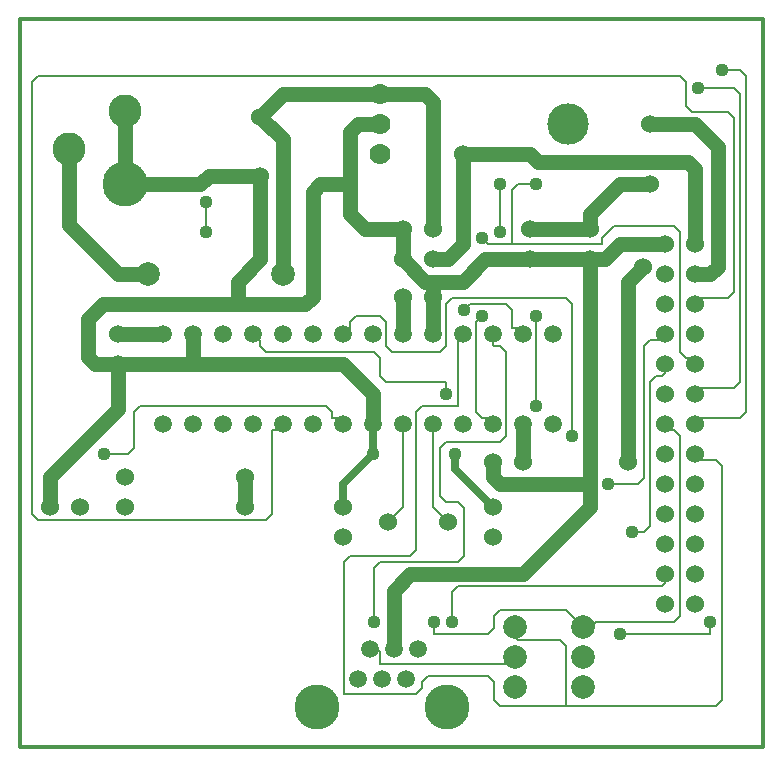
<source format=gbr>
G04 GENERATED BY PULSONIX 3.1 GERBER.DLL 1871*
%INDSPIC*%
%FSLAX23Y23*%
%IPPOS*%
%LPD*%
%OFA0B0*%
%MOIN*%
%ADD10C,0.008*%
%ADD13C,0.012*%
%ADD15C,0.060*%
%ADD16C,0.070*%
%ADD18C,0.079*%
%ADD19C,0.050*%
%ADD70C,0.025*%
%ADD88C,0.150*%
%ADD89C,0.059*%
%ADD114C,0.138*%
%ADD189C,0.059*%
%ADD190C,0.044*%
%ADD195C,0.150*%
%ADD196C,0.110*%
%LNBOTTOM*%
X0Y0D02*
D02*
D10*
X286Y1030D02*
X366D01*
X386Y1050*
Y1170*
X406Y1190*
X1026*
X1046Y1170*
Y1150*
X1061*
X1081Y1130*
X626Y1870D02*
Y1770D01*
X1186Y470D02*
Y650D01*
X1206Y670*
X1466*
X1486Y690*
Y850*
X1466Y870*
X1426*
X1406Y890*
Y1050*
X1426Y1070*
X1606*
X1626Y1090*
Y1370*
X1606Y1390*
X1586*
X1581Y1395*
Y1430*
X1281Y1130D02*
Y855D01*
X1231Y805*
X1381Y1130D02*
Y855D01*
X1431Y805*
X1426Y1230D02*
Y1270D01*
X1226*
X1206Y1290*
Y1350*
X1186Y1370*
X826*
X806Y1390*
Y1410*
X801*
X781Y1430*
X1486Y1510D02*
X1506Y1530D01*
X1626*
X1646Y1510*
Y1450*
X1661*
X1681Y1430*
X1546Y1490D02*
X1526Y1470D01*
Y1170*
X1546Y1150*
X1561*
X1581Y1130*
X1606Y1930D02*
Y1770D01*
X1646Y1730D02*
X1566D01*
X1546Y1750*
X1656Y355D02*
X1631Y330D01*
X1206*
Y370*
X1196Y380*
X1170*
X1726Y1190D02*
Y1490D01*
Y1930D02*
X1666D01*
X1646Y1910*
Y1730*
X1826Y190D02*
Y390D01*
X1806Y410*
X1666*
X1656Y420*
Y455*
X1826Y190D02*
X1606D01*
X1586Y210*
Y270*
X1566Y290*
X1366*
X1346Y270*
Y250*
X1326Y230*
X1086*
Y670*
X1106Y690*
X1306*
X1326Y710*
Y1170*
X1346Y1190*
X1466*
Y1415*
X1481Y1430*
X1846Y1090D02*
Y1530D01*
X1826Y1550*
X1446*
X1426Y1530*
Y1390*
X1406Y1370*
X1246*
X1226Y1390*
Y1470*
X1206Y1490*
X1126*
X1106Y1470*
Y1450*
X1101*
X1081Y1430*
X1881Y455D02*
X1826Y510D01*
X1606*
X1586Y490*
Y450*
X1566Y430*
X1386*
Y470*
X2006Y430D02*
X2306D01*
Y470*
X2046Y770D02*
X2086D01*
X2106Y790*
Y1270*
X2126Y1290*
X2146*
X2156Y1300*
Y1330*
Y630D02*
Y600D01*
X2146Y590*
X1466*
X1446Y570*
Y470*
X2156Y1130D02*
X2176Y1110D01*
X2186*
X2206Y1090*
Y490*
X2186Y470*
X1926*
X1911Y455*
X1881*
X2156Y1430D02*
X2136Y1410D01*
X2106*
X2086Y1390*
Y950*
X2066Y930*
X1966*
X2256Y1030D02*
X2276Y1010D01*
X2326*
X2346Y990*
Y210*
X2326Y190*
X1826*
X2256Y1130D02*
X2276Y1150D01*
X2406*
X2426Y1170*
Y2290*
X2406Y2310*
X2346*
X2256Y1230D02*
X2276Y1250D01*
X2386*
X2406Y1270*
Y2230*
X2386Y2250*
X2266*
X2256Y1330D02*
X2236Y1350D01*
X2226*
X2206Y1370*
Y1770*
X2186Y1790*
X1986*
X1946Y1750*
Y1730*
X1646*
X2256Y1530D02*
X2276Y1550D01*
X2366*
X2386Y1570*
Y2150*
X2366Y2170*
X2246*
X2226Y2190*
Y2270*
X2206Y2290*
X66*
X46Y2270*
Y830*
X66Y810*
X826*
X846Y830*
Y1110*
X861*
X881Y1130*
D02*
D13*
X6Y2480D02*
X2481D01*
Y55*
X6*
Y2480*
D02*
D15*
X106Y855D03*
X206D03*
X331Y1330D03*
Y1430D03*
X356Y855D03*
Y955D03*
X756Y855D03*
Y955D03*
X806Y1958D03*
Y2155D03*
X1081Y755D03*
Y855D03*
X1231Y805D03*
X1281Y1555D03*
Y1680D03*
Y1780D03*
X1381Y1555D03*
Y1680D03*
Y1780D03*
X1431Y805D03*
X1481Y2030D03*
X1581Y755D03*
Y855D03*
Y1005D03*
X1681D03*
X1706Y1680D03*
Y1780D03*
X1906Y1680D03*
Y1780D03*
X2031Y1005D03*
X2081Y1655D03*
X2106Y1930D03*
Y2130D03*
X2156Y530D03*
Y630D03*
Y730D03*
Y830D03*
Y930D03*
Y1030D03*
Y1130D03*
Y1230D03*
Y1330D03*
Y1430D03*
Y1530D03*
Y1630D03*
Y1730D03*
X2256Y530D03*
Y630D03*
Y730D03*
Y830D03*
Y930D03*
Y1030D03*
Y1130D03*
Y1230D03*
Y1330D03*
Y1430D03*
Y1530D03*
Y1630D03*
Y1730D03*
D02*
D16*
X1206Y2030D03*
Y2130D03*
Y2230D03*
D02*
D18*
X431Y1630D03*
X881D03*
X1656Y255D03*
Y355D03*
Y455D03*
X1881Y255D03*
Y355D03*
Y455D03*
D02*
D19*
X106Y855D02*
Y955D01*
X331Y1180*
Y1330*
X167Y2048D02*
Y1794D01*
X331Y1630*
X431*
X331Y1330D02*
X581D01*
X331Y1430D02*
X481D01*
X356Y1930D02*
Y2176D01*
X581Y1330D02*
X1081D01*
X1181Y1230*
Y1130*
X581Y1430D02*
Y1330D01*
X731Y1530D02*
X281D01*
X231Y1480*
Y1355*
X256Y1330*
X331*
X756Y955D02*
Y855D01*
X806Y1958D02*
Y1680D01*
X731Y1605*
Y1530*
X806Y1958D02*
X634D01*
X606Y1930*
X356*
X806Y2155D02*
X881Y2080D01*
Y1630*
X1106Y1930D02*
Y2105D01*
X1131Y2130*
X1206*
X1106Y1930D02*
X1006D01*
X981Y1905*
Y1555*
X956Y1530*
X731*
X1206Y2230D02*
X881D01*
X806Y2155*
X1206Y2230D02*
X1356D01*
X1381Y2205*
Y1780*
X1281Y1555D02*
Y1430D01*
Y1780D02*
X1156D01*
X1106Y1830*
Y1930*
X1281Y1780D02*
Y1680D01*
X1381Y1555D02*
Y1430D01*
Y1555D02*
Y1605D01*
X1356*
X1281Y1680*
X1481Y2030D02*
Y1730D01*
X1431Y1680*
X1381*
X1481Y2030D02*
X1706D01*
X1731Y2005*
X2231*
X2256Y1980*
Y1730*
X1681Y1130D02*
Y1005D01*
X1706Y1680D02*
X1556D01*
X1481Y1605*
X1381*
X1706Y1680D02*
X1906D01*
Y930D02*
Y855D01*
X1681Y630*
X1306*
X1251Y574*
Y380*
X1906Y930D02*
X1606D01*
X1581Y955*
Y1005*
X1906Y930D02*
Y1680D01*
Y1780D02*
Y1830D01*
X2006Y1930*
X2106*
X1906Y1780D02*
X1706D01*
X2031Y1005D02*
Y1605D01*
X2081Y1655*
X2106Y2130D02*
X2256D01*
X2331Y2055*
Y1655*
X2306Y1630*
X2256*
X2156Y1730D02*
X2006D01*
X1956Y1680*
X1906*
D02*
D70*
X1181Y1030D02*
X1081Y930D01*
Y855*
X1181Y1030D02*
Y1130D01*
X1456Y1030D02*
Y980D01*
X1581Y855*
D02*
D88*
X994Y189D03*
X1427D03*
D02*
D89*
X481Y1130D03*
Y1430D03*
X581Y1130D03*
Y1430D03*
X681Y1130D03*
Y1430D03*
X781Y1130D03*
Y1430D03*
X881Y1130D03*
Y1430D03*
X981Y1130D03*
Y1430D03*
X1081Y1130D03*
Y1430D03*
X1181Y1130D03*
Y1430D03*
X1281Y1130D03*
Y1430D03*
X1381Y1130D03*
Y1430D03*
X1481Y1130D03*
Y1430D03*
X1581Y1130D03*
Y1430D03*
X1681Y1130D03*
Y1430D03*
X1781Y1130D03*
Y1430D03*
D02*
D114*
X1832Y2130D03*
D02*
D189*
X1130Y280D03*
X1170Y380D03*
X1211Y280D03*
X1251Y380D03*
X1291Y280D03*
X1331Y380D03*
D02*
D190*
X286Y1030D03*
X626Y1770D03*
Y1870D03*
X1181Y1030D03*
X1186Y470D03*
X1386D03*
X1426Y1230D03*
X1446Y470D03*
X1456Y1030D03*
X1486Y1510D03*
X1546Y1490D03*
Y1750D03*
X1606Y1770D03*
Y1930D03*
X1726Y1190D03*
Y1490D03*
Y1930D03*
X1846Y1090D03*
X1966Y930D03*
X2006Y430D03*
X2046Y770D03*
X2266Y2250D03*
X2306Y470D03*
X2346Y2310D03*
D02*
D195*
X356Y1930D03*
D02*
D196*
X167Y2048D03*
X356Y2176D03*
X0Y0D02*
M02*

</source>
